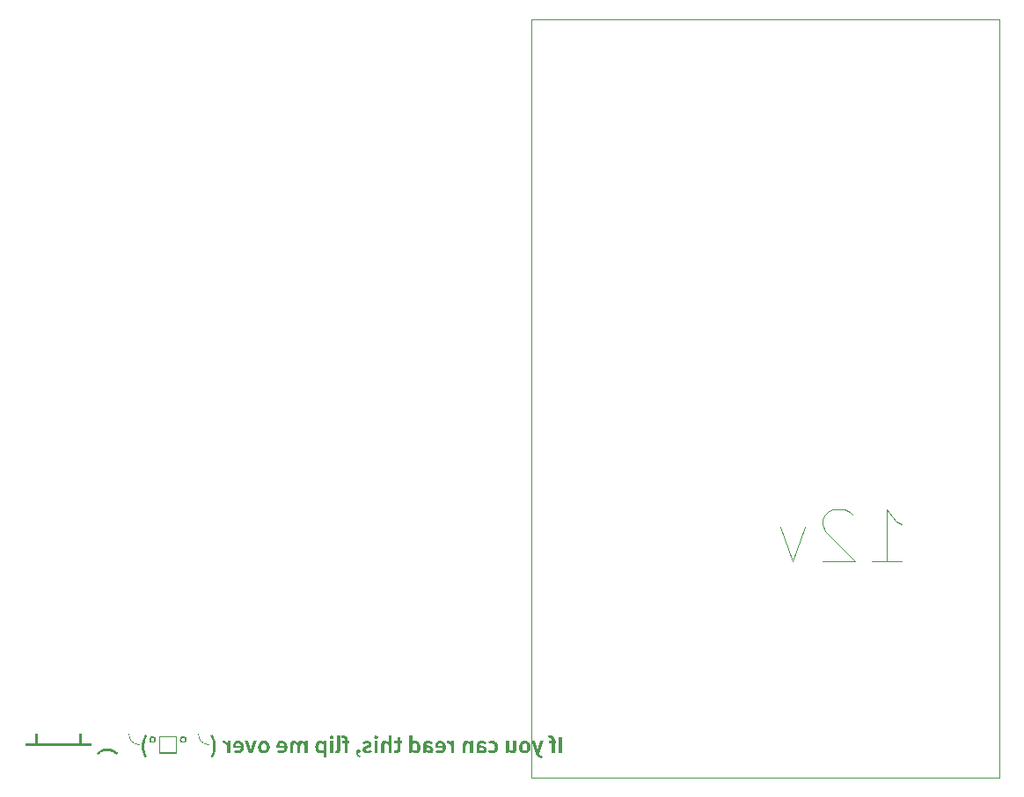
<source format=gbr>
%TF.GenerationSoftware,KiCad,Pcbnew,8.0.2*%
%TF.CreationDate,2024-06-02T23:09:43-04:00*%
%TF.ProjectId,popperPump,706f7070-6572-4507-956d-702e6b696361,1.5*%
%TF.SameCoordinates,Original*%
%TF.FileFunction,Legend,Bot*%
%TF.FilePolarity,Positive*%
%FSLAX46Y46*%
G04 Gerber Fmt 4.6, Leading zero omitted, Abs format (unit mm)*
G04 Created by KiCad (PCBNEW 8.0.2) date 2024-06-02 23:09:43*
%MOMM*%
%LPD*%
G01*
G04 APERTURE LIST*
%ADD10C,0.300000*%
%ADD11C,0.100000*%
G04 APERTURE END LIST*
D10*
G36*
X161709124Y-127645000D02*
G01*
X161398080Y-127645000D01*
X161398080Y-126097477D01*
X161709124Y-126097477D01*
X161709124Y-127645000D01*
G37*
G36*
X161148220Y-126716266D02*
G01*
X160988485Y-126716266D01*
X160988485Y-127645000D01*
X160681838Y-127645000D01*
X160681838Y-126716266D01*
X160457257Y-126716266D01*
X160457257Y-126472634D01*
X160681838Y-126472634D01*
X160681838Y-126373349D01*
X160674471Y-126299662D01*
X160639678Y-126228880D01*
X160571322Y-126193831D01*
X160539323Y-126191266D01*
X160463565Y-126200561D01*
X160413293Y-126218377D01*
X160356507Y-125987568D01*
X160432955Y-125964310D01*
X160506480Y-125952067D01*
X160581088Y-125948000D01*
X160659113Y-125952917D01*
X160748879Y-125973925D01*
X160823068Y-126009935D01*
X160882473Y-126059294D01*
X160927890Y-126120349D01*
X160960113Y-126191447D01*
X160979935Y-126270936D01*
X160988151Y-126357162D01*
X160988485Y-126379577D01*
X160988485Y-126472634D01*
X161148220Y-126485457D01*
X161148220Y-126716266D01*
G37*
G36*
X159680931Y-128113946D02*
G01*
X159588609Y-128106652D01*
X159507767Y-128085066D01*
X159437074Y-128049630D01*
X159375200Y-128000785D01*
X159320814Y-127938975D01*
X159272584Y-127864641D01*
X159229180Y-127778225D01*
X159198993Y-127705751D01*
X159189270Y-127680170D01*
X158771615Y-126472634D01*
X159067637Y-126472634D01*
X159229204Y-127016685D01*
X159248588Y-127088631D01*
X159267636Y-127161286D01*
X159286119Y-127234100D01*
X159303806Y-127306519D01*
X159313468Y-127347512D01*
X159323726Y-127347512D01*
X159345329Y-127273353D01*
X159366360Y-127199783D01*
X159387510Y-127127284D01*
X159409468Y-127056340D01*
X159422644Y-127016685D01*
X159609490Y-126472634D01*
X159920167Y-126472634D01*
X159462578Y-127621552D01*
X159483461Y-127692627D01*
X159515294Y-127763724D01*
X159568318Y-127825912D01*
X159642060Y-127863039D01*
X159704012Y-127870680D01*
X159777317Y-127858443D01*
X159785711Y-127856025D01*
X159842498Y-128090498D01*
X159770370Y-128107992D01*
X159693649Y-128113851D01*
X159680931Y-128113946D01*
G37*
G36*
X158186160Y-126455117D02*
G01*
X158265928Y-126472672D01*
X158341848Y-126501500D01*
X158412730Y-126541246D01*
X158477384Y-126591558D01*
X158534619Y-126652083D01*
X158583247Y-126722466D01*
X158622075Y-126802356D01*
X158649916Y-126891398D01*
X158665578Y-126989241D01*
X158668667Y-127059183D01*
X158661784Y-127162593D01*
X158641930Y-127257440D01*
X158610295Y-127343373D01*
X158568067Y-127420042D01*
X158516439Y-127487094D01*
X158456598Y-127544178D01*
X158389736Y-127590942D01*
X158317043Y-127627036D01*
X158239708Y-127652108D01*
X158158921Y-127665807D01*
X158103733Y-127668447D01*
X158021898Y-127662526D01*
X157942490Y-127644997D01*
X157866735Y-127616212D01*
X157795862Y-127576522D01*
X157731100Y-127526279D01*
X157673675Y-127465833D01*
X157624816Y-127395537D01*
X157585751Y-127315741D01*
X157557708Y-127226797D01*
X157541916Y-127129057D01*
X157538799Y-127059183D01*
X157853872Y-127059183D01*
X157858072Y-127137028D01*
X157874866Y-127222983D01*
X157904025Y-127294995D01*
X157954641Y-127360997D01*
X158021495Y-127402405D01*
X158103733Y-127416755D01*
X158186923Y-127402405D01*
X158253952Y-127360997D01*
X158304270Y-127294995D01*
X158333037Y-127222983D01*
X158349499Y-127137028D01*
X158353593Y-127059183D01*
X158349499Y-126981848D01*
X158333037Y-126896111D01*
X158304270Y-126823983D01*
X158253952Y-126757602D01*
X158186923Y-126715786D01*
X158103733Y-126701245D01*
X158021495Y-126715786D01*
X157954641Y-126757602D01*
X157904025Y-126823983D01*
X157874866Y-126896111D01*
X157858072Y-126981848D01*
X157853872Y-127059183D01*
X157538799Y-127059183D01*
X157545743Y-126955671D01*
X157565755Y-126860722D01*
X157597609Y-126774692D01*
X157640075Y-126697931D01*
X157691925Y-126630795D01*
X157751933Y-126573635D01*
X157818868Y-126526806D01*
X157891505Y-126490660D01*
X157968614Y-126465551D01*
X158048968Y-126451831D01*
X158103733Y-126449187D01*
X158186160Y-126455117D01*
G37*
G36*
X156929902Y-127668447D02*
G01*
X156844053Y-127660320D01*
X156767227Y-127636975D01*
X156697859Y-127599960D01*
X156634383Y-127550827D01*
X156575235Y-127491126D01*
X156556210Y-127469145D01*
X156547784Y-127469145D01*
X156524703Y-127645000D01*
X156272644Y-127645000D01*
X156272644Y-126472634D01*
X156581489Y-126472634D01*
X156581489Y-127258485D01*
X156631989Y-127317995D01*
X156687675Y-127365694D01*
X156760880Y-127397766D01*
X156818893Y-127403932D01*
X156893798Y-127391372D01*
X156951059Y-127342740D01*
X156979056Y-127262987D01*
X156986534Y-127177287D01*
X156986688Y-127160666D01*
X156986688Y-126472634D01*
X157293335Y-126472634D01*
X157293335Y-127198401D01*
X157290427Y-127277890D01*
X157281584Y-127350888D01*
X157260254Y-127437619D01*
X157227637Y-127511607D01*
X157183313Y-127572166D01*
X157110802Y-127627933D01*
X157038596Y-127655764D01*
X156953314Y-127667932D01*
X156929902Y-127668447D01*
G37*
G36*
X154968021Y-127668447D02*
G01*
X154893803Y-127663740D01*
X154818633Y-127649339D01*
X154744264Y-127624825D01*
X154672451Y-127589776D01*
X154604946Y-127543772D01*
X154583705Y-127525931D01*
X154705704Y-127324064D01*
X154770205Y-127369264D01*
X154841495Y-127401530D01*
X154918635Y-127416301D01*
X154934682Y-127416755D01*
X155010545Y-127406742D01*
X155089868Y-127369673D01*
X155144242Y-127319576D01*
X155186166Y-127253541D01*
X155213962Y-127172992D01*
X155224900Y-127099061D01*
X155226308Y-127059183D01*
X155220729Y-126981848D01*
X155198838Y-126896111D01*
X155161710Y-126823983D01*
X155110780Y-126767032D01*
X155047482Y-126726828D01*
X154973249Y-126704937D01*
X154924057Y-126701245D01*
X154848857Y-126714069D01*
X154778282Y-126750871D01*
X154745638Y-126775251D01*
X154598360Y-126581810D01*
X154658577Y-126534438D01*
X154726581Y-126495612D01*
X154802902Y-126467358D01*
X154875340Y-126453089D01*
X154940910Y-126449187D01*
X155029462Y-126455117D01*
X155114820Y-126472672D01*
X155195779Y-126501500D01*
X155271134Y-126541246D01*
X155339681Y-126591558D01*
X155400216Y-126652083D01*
X155451535Y-126722466D01*
X155492432Y-126802356D01*
X155521703Y-126891398D01*
X155538143Y-126989241D01*
X155541381Y-127059183D01*
X155534938Y-127162593D01*
X155516190Y-127257440D01*
X155486009Y-127343373D01*
X155445264Y-127420042D01*
X155394829Y-127487094D01*
X155335573Y-127544178D01*
X155268368Y-127590942D01*
X155194085Y-127627036D01*
X155113596Y-127652108D01*
X155027771Y-127665807D01*
X154968021Y-127668447D01*
G37*
G36*
X153997204Y-126454195D02*
G01*
X154079774Y-126468328D01*
X154159184Y-126490242D01*
X154235117Y-126518595D01*
X154307252Y-126552048D01*
X154375271Y-126589256D01*
X154401256Y-126604891D01*
X154292079Y-126809323D01*
X154220926Y-126769749D01*
X154150424Y-126736947D01*
X154080067Y-126712849D01*
X153999186Y-126698446D01*
X153968579Y-126697215D01*
X153886478Y-126709103D01*
X153822052Y-126748504D01*
X153781562Y-126819008D01*
X153768911Y-126898715D01*
X153854390Y-126909019D01*
X153933662Y-126921281D01*
X154006822Y-126935550D01*
X154105312Y-126960831D01*
X154190589Y-126990917D01*
X154262974Y-127025980D01*
X154339992Y-127080772D01*
X154395430Y-127145125D01*
X154430051Y-127219449D01*
X154444621Y-127304151D01*
X154445219Y-127326995D01*
X154435475Y-127413585D01*
X154407192Y-127491419D01*
X154361796Y-127558073D01*
X154300713Y-127611124D01*
X154225368Y-127648150D01*
X154137186Y-127666725D01*
X154098639Y-127668447D01*
X154023936Y-127661866D01*
X153941667Y-127638969D01*
X153864548Y-127602025D01*
X153802460Y-127561047D01*
X153743998Y-127513108D01*
X153733374Y-127513108D01*
X153712491Y-127645000D01*
X153460432Y-127645000D01*
X153460432Y-127314173D01*
X153768911Y-127314173D01*
X153829737Y-127367229D01*
X153897687Y-127407384D01*
X153971534Y-127425939D01*
X153995690Y-127427013D01*
X154071902Y-127415244D01*
X154133509Y-127367780D01*
X154151395Y-127297686D01*
X154132127Y-127224534D01*
X154078900Y-127170540D01*
X154001317Y-127132377D01*
X153911140Y-127106708D01*
X153820661Y-127090411D01*
X153768911Y-127083729D01*
X153768911Y-127314173D01*
X153460432Y-127314173D01*
X153460432Y-126965394D01*
X153464463Y-126874693D01*
X153476531Y-126792458D01*
X153496594Y-126718788D01*
X153535714Y-126634056D01*
X153588884Y-126564963D01*
X153656010Y-126511746D01*
X153736997Y-126474641D01*
X153831750Y-126453884D01*
X153911793Y-126449187D01*
X153997204Y-126454195D01*
G37*
G36*
X153145359Y-127645000D02*
G01*
X152836514Y-127645000D01*
X152836514Y-126844860D01*
X152782756Y-126794631D01*
X152717858Y-126747453D01*
X152643087Y-126718823D01*
X152592882Y-126714068D01*
X152518263Y-126726622D01*
X152461717Y-126775205D01*
X152434326Y-126854838D01*
X152427067Y-126940379D01*
X152426919Y-126956967D01*
X152426919Y-127645000D01*
X152118073Y-127645000D01*
X152118073Y-126919598D01*
X152120990Y-126840100D01*
X152129856Y-126767078D01*
X152151228Y-126680296D01*
X152183890Y-126606244D01*
X152228248Y-126545616D01*
X152300767Y-126489771D01*
X152372935Y-126461894D01*
X152458126Y-126449702D01*
X152481507Y-126449187D01*
X152567296Y-126457627D01*
X152645559Y-126481161D01*
X152717196Y-126517108D01*
X152783105Y-126562788D01*
X152844183Y-126615520D01*
X152863625Y-126634200D01*
X152870219Y-126634200D01*
X152893300Y-126472634D01*
X153145359Y-126472634D01*
X153145359Y-127645000D01*
G37*
G36*
X151323796Y-127645000D02*
G01*
X151014951Y-127645000D01*
X151014951Y-126948541D01*
X150980647Y-126878326D01*
X150933260Y-126813065D01*
X150872492Y-126760830D01*
X150800573Y-126729133D01*
X150748237Y-126722494D01*
X150674636Y-126728406D01*
X150622208Y-126741179D01*
X150571650Y-126472634D01*
X150645295Y-126453224D01*
X150708304Y-126449187D01*
X150788439Y-126461122D01*
X150855906Y-126489875D01*
X150920441Y-126535084D01*
X150980334Y-126596141D01*
X151025466Y-126658688D01*
X151042062Y-126686591D01*
X151048656Y-126686591D01*
X151071737Y-126472634D01*
X151323796Y-126472634D01*
X151323796Y-127645000D01*
G37*
G36*
X150037573Y-126455364D02*
G01*
X150113837Y-126473566D01*
X150186976Y-126503298D01*
X150255714Y-126544067D01*
X150318780Y-126595377D01*
X150374900Y-126656734D01*
X150422801Y-126727643D01*
X150461208Y-126807611D01*
X150488850Y-126896142D01*
X150504452Y-126992742D01*
X150507536Y-127061381D01*
X150500934Y-127163806D01*
X150481729Y-127257939D01*
X150450824Y-127343391D01*
X150409120Y-127419773D01*
X150357519Y-127486696D01*
X150296924Y-127543770D01*
X150228236Y-127590605D01*
X150152357Y-127626813D01*
X150070190Y-127652003D01*
X149982636Y-127665787D01*
X149921720Y-127668447D01*
X149839936Y-127663288D01*
X149758794Y-127648354D01*
X149679787Y-127624455D01*
X149604408Y-127592403D01*
X149534149Y-127553010D01*
X149512124Y-127538387D01*
X149617271Y-127352274D01*
X149689254Y-127389146D01*
X149761449Y-127414248D01*
X149836154Y-127427287D01*
X149879588Y-127429211D01*
X149958469Y-127422258D01*
X150028795Y-127401494D01*
X150100276Y-127358548D01*
X150155800Y-127296167D01*
X150188447Y-127229513D01*
X150207484Y-127149675D01*
X149482815Y-127149675D01*
X149470974Y-127074159D01*
X149468161Y-127006793D01*
X149471426Y-126941580D01*
X149732676Y-126941580D01*
X150213712Y-126941580D01*
X150195982Y-126869488D01*
X150160714Y-126798633D01*
X150103740Y-126737885D01*
X150033861Y-126701132D01*
X149955425Y-126688789D01*
X149877866Y-126698900D01*
X149809052Y-126734710D01*
X149762680Y-126793814D01*
X149737805Y-126873523D01*
X149732676Y-126941580D01*
X149471426Y-126941580D01*
X149472575Y-126918623D01*
X149485778Y-126835751D01*
X149507710Y-126758912D01*
X149538312Y-126688844D01*
X149577522Y-126626284D01*
X149643093Y-126555825D01*
X149723721Y-126501772D01*
X149793988Y-126473049D01*
X149872586Y-126455275D01*
X149959455Y-126449187D01*
X150037573Y-126455364D01*
G37*
G36*
X148854915Y-126454195D02*
G01*
X148937485Y-126468328D01*
X149016896Y-126490242D01*
X149092828Y-126518595D01*
X149164963Y-126552048D01*
X149232983Y-126589256D01*
X149258967Y-126604891D01*
X149149790Y-126809323D01*
X149078637Y-126769749D01*
X149008135Y-126736947D01*
X148937778Y-126712849D01*
X148856897Y-126698446D01*
X148826290Y-126697215D01*
X148744189Y-126709103D01*
X148679763Y-126748504D01*
X148639273Y-126819008D01*
X148626622Y-126898715D01*
X148712101Y-126909019D01*
X148791373Y-126921281D01*
X148864533Y-126935550D01*
X148963023Y-126960831D01*
X149048300Y-126990917D01*
X149120685Y-127025980D01*
X149197703Y-127080772D01*
X149253141Y-127145125D01*
X149287762Y-127219449D01*
X149302332Y-127304151D01*
X149302930Y-127326995D01*
X149293186Y-127413585D01*
X149264903Y-127491419D01*
X149219507Y-127558073D01*
X149158424Y-127611124D01*
X149083079Y-127648150D01*
X148994897Y-127666725D01*
X148956350Y-127668447D01*
X148881647Y-127661866D01*
X148799378Y-127638969D01*
X148722260Y-127602025D01*
X148660171Y-127561047D01*
X148601709Y-127513108D01*
X148591085Y-127513108D01*
X148570202Y-127645000D01*
X148318143Y-127645000D01*
X148318143Y-127314173D01*
X148626622Y-127314173D01*
X148687448Y-127367229D01*
X148755398Y-127407384D01*
X148829245Y-127425939D01*
X148853401Y-127427013D01*
X148929613Y-127415244D01*
X148991220Y-127367780D01*
X149009106Y-127297686D01*
X148989838Y-127224534D01*
X148936611Y-127170540D01*
X148859028Y-127132377D01*
X148768851Y-127106708D01*
X148678372Y-127090411D01*
X148626622Y-127083729D01*
X148626622Y-127314173D01*
X148318143Y-127314173D01*
X148318143Y-126965394D01*
X148322174Y-126874693D01*
X148334242Y-126792458D01*
X148354305Y-126718788D01*
X148393425Y-126634056D01*
X148446596Y-126564963D01*
X148513721Y-126511746D01*
X148594708Y-126474641D01*
X148689462Y-126453884D01*
X148769504Y-126449187D01*
X148854915Y-126454195D01*
G37*
G36*
X147289026Y-126392766D02*
G01*
X147278401Y-126577414D01*
X147341794Y-126524612D01*
X147409377Y-126484174D01*
X147486027Y-126458300D01*
X147564368Y-126449334D01*
X147576622Y-126449187D01*
X147670195Y-126460048D01*
X147760067Y-126491908D01*
X147823416Y-126528930D01*
X147882020Y-126576695D01*
X147934739Y-126634743D01*
X147980431Y-126702618D01*
X148017956Y-126779861D01*
X148046172Y-126866013D01*
X148063939Y-126960617D01*
X148070115Y-127063213D01*
X148065254Y-127164661D01*
X148050932Y-127258105D01*
X148027544Y-127343113D01*
X147995482Y-127419255D01*
X147955138Y-127486098D01*
X147906907Y-127543213D01*
X147831007Y-127603488D01*
X147742715Y-127644678D01*
X147668924Y-127662433D01*
X147589078Y-127668447D01*
X147510123Y-127659594D01*
X147434050Y-127634862D01*
X147362586Y-127596987D01*
X147297456Y-127548709D01*
X147263747Y-127517505D01*
X147255321Y-127517505D01*
X147232240Y-127645000D01*
X146980181Y-127645000D01*
X146980181Y-126789905D01*
X147289026Y-126789905D01*
X147289026Y-127295488D01*
X147340231Y-127350414D01*
X147407445Y-127393935D01*
X147479289Y-127412971D01*
X147509577Y-127414556D01*
X147589710Y-127401981D01*
X147654812Y-127364189D01*
X147704072Y-127301078D01*
X147732434Y-127229071D01*
X147748762Y-127139353D01*
X147752843Y-127054787D01*
X147747815Y-126974264D01*
X147728497Y-126887716D01*
X147696617Y-126817248D01*
X147644669Y-126754525D01*
X147581139Y-126716339D01*
X147509577Y-126703443D01*
X147432249Y-126712240D01*
X147363379Y-126737968D01*
X147295729Y-126784049D01*
X147289026Y-126789905D01*
X146980181Y-126789905D01*
X146980181Y-125978775D01*
X147289026Y-125978775D01*
X147289026Y-126392766D01*
G37*
G36*
X145744801Y-127668447D02*
G01*
X145663034Y-127663220D01*
X145590516Y-127650276D01*
X145513729Y-127629970D01*
X145494940Y-127624483D01*
X145547697Y-127400268D01*
X145618311Y-127420583D01*
X145663101Y-127425181D01*
X145740085Y-127410222D01*
X145797249Y-127357623D01*
X145820565Y-127287321D01*
X145824668Y-127230275D01*
X145824668Y-126716266D01*
X145533042Y-126716266D01*
X145533042Y-126472634D01*
X145824668Y-126472634D01*
X145824668Y-126155729D01*
X146078925Y-126155729D01*
X146114462Y-126472634D01*
X146297278Y-126487655D01*
X146297278Y-126716266D01*
X146131315Y-126716266D01*
X146131315Y-127232473D01*
X146126172Y-127325153D01*
X146110232Y-127409250D01*
X146082725Y-127483601D01*
X146042884Y-127547043D01*
X145989939Y-127598412D01*
X145923123Y-127636544D01*
X145841666Y-127660277D01*
X145744801Y-127668447D01*
G37*
G36*
X145291974Y-127645000D02*
G01*
X144983129Y-127645000D01*
X144983129Y-126844860D01*
X144929371Y-126794631D01*
X144864473Y-126747453D01*
X144789702Y-126718823D01*
X144739497Y-126714068D01*
X144664879Y-126726622D01*
X144608333Y-126775205D01*
X144580941Y-126854838D01*
X144573683Y-126940379D01*
X144573534Y-126956967D01*
X144573534Y-127645000D01*
X144264689Y-127645000D01*
X144264689Y-126919598D01*
X144267606Y-126840100D01*
X144276472Y-126767078D01*
X144297844Y-126680296D01*
X144330505Y-126606244D01*
X144374864Y-126545616D01*
X144447382Y-126489771D01*
X144519551Y-126461894D01*
X144604742Y-126449702D01*
X144628122Y-126449187D01*
X144713641Y-126457545D01*
X144790938Y-126480504D01*
X144860682Y-126514891D01*
X144923538Y-126557533D01*
X144980173Y-126605256D01*
X144997784Y-126621744D01*
X144983129Y-126401193D01*
X144983129Y-125978775D01*
X145291974Y-125978775D01*
X145291974Y-127645000D01*
G37*
G36*
X143948150Y-127645000D02*
G01*
X143639305Y-127645000D01*
X143639305Y-126472634D01*
X143948150Y-126472634D01*
X143948150Y-127645000D01*
G37*
G36*
X143792445Y-126285055D02*
G01*
X143712373Y-126270262D01*
X143647637Y-126222071D01*
X143617395Y-126154028D01*
X143614026Y-126117260D01*
X143630555Y-126040922D01*
X143683012Y-125980191D01*
X143754696Y-125952193D01*
X143792445Y-125949099D01*
X143866594Y-125961206D01*
X143928569Y-126001066D01*
X143966270Y-126072606D01*
X143971231Y-126117260D01*
X143955443Y-126194486D01*
X143904057Y-126254742D01*
X143831578Y-126282068D01*
X143792445Y-126285055D01*
G37*
G36*
X142974354Y-127668447D02*
G01*
X142892456Y-127664230D01*
X142818092Y-127651984D01*
X142730854Y-127624214D01*
X142657481Y-127584688D01*
X142598244Y-127534842D01*
X142553414Y-127476115D01*
X142518047Y-127392410D01*
X142506620Y-127318960D01*
X142506140Y-127299884D01*
X142513843Y-127226401D01*
X142542797Y-127150197D01*
X142589185Y-127088956D01*
X142648682Y-127040079D01*
X142716960Y-127000965D01*
X142789693Y-126969016D01*
X142833670Y-126952205D01*
X142912767Y-126923778D01*
X142980930Y-126895257D01*
X143043543Y-126851521D01*
X143067044Y-126791371D01*
X143037522Y-126718985D01*
X142971674Y-126686619D01*
X142909508Y-126680362D01*
X142829795Y-126691646D01*
X142759185Y-126718698D01*
X142688836Y-126758411D01*
X142657449Y-126779281D01*
X142518963Y-126594267D01*
X142587373Y-126546248D01*
X142654318Y-126509463D01*
X142729026Y-126479377D01*
X142811582Y-126458512D01*
X142886437Y-126449987D01*
X142917934Y-126449187D01*
X143013895Y-126456014D01*
X143099805Y-126475782D01*
X143174819Y-126507417D01*
X143238090Y-126549845D01*
X143299379Y-126616423D01*
X143339346Y-126696093D01*
X143354860Y-126767846D01*
X143356838Y-126806025D01*
X143345380Y-126889276D01*
X143313795Y-126958785D01*
X143266268Y-127016212D01*
X143206983Y-127063217D01*
X143140124Y-127101462D01*
X143069876Y-127132606D01*
X143041765Y-127143447D01*
X142973095Y-127169546D01*
X142899810Y-127200765D01*
X142834301Y-127241713D01*
X142796288Y-127308402D01*
X142795935Y-127316371D01*
X142818829Y-127386296D01*
X142882186Y-127426504D01*
X142955458Y-127437493D01*
X142966294Y-127437637D01*
X143047564Y-127429028D01*
X143125983Y-127404207D01*
X143193584Y-127370378D01*
X143261419Y-127326306D01*
X143281001Y-127311974D01*
X143421685Y-127504682D01*
X143350232Y-127555711D01*
X143283868Y-127592387D01*
X143212995Y-127622834D01*
X143139196Y-127646198D01*
X143064058Y-127661622D01*
X142989164Y-127668252D01*
X142974354Y-127668447D01*
G37*
G36*
X142261043Y-128090498D02*
G01*
X142192505Y-128063869D01*
X142110550Y-128020461D01*
X142039702Y-127968479D01*
X141980321Y-127908422D01*
X141932769Y-127840786D01*
X141897405Y-127766072D01*
X141874591Y-127684775D01*
X141864687Y-127597395D01*
X141864270Y-127574658D01*
X141870023Y-127490838D01*
X141887003Y-127419218D01*
X141921606Y-127350534D01*
X141980680Y-127295995D01*
X142058798Y-127271165D01*
X142084455Y-127269842D01*
X142162983Y-127282745D01*
X142227154Y-127319485D01*
X142274060Y-127385631D01*
X142286322Y-127452658D01*
X142270316Y-127530837D01*
X142220677Y-127593808D01*
X142148282Y-127628681D01*
X142092882Y-127635474D01*
X142071999Y-127633276D01*
X142085895Y-127710402D01*
X142124024Y-127781420D01*
X142175225Y-127836071D01*
X142242848Y-127883787D01*
X142311285Y-127917436D01*
X142326256Y-127923436D01*
X142261043Y-128090498D01*
G37*
G36*
X140042707Y-127668447D02*
G01*
X139969388Y-127663752D01*
X139895091Y-127645664D01*
X139885170Y-127641702D01*
X139922906Y-127412358D01*
X139965038Y-127416755D01*
X140020473Y-127367605D01*
X140025854Y-127323332D01*
X140025854Y-125977309D01*
X140334699Y-125977309D01*
X140334699Y-127310875D01*
X140331034Y-127388931D01*
X140315331Y-127474995D01*
X140285871Y-127546992D01*
X140230246Y-127612883D01*
X140165237Y-127649090D01*
X140081668Y-127666830D01*
X140042707Y-127668447D01*
G37*
G36*
X141220935Y-126716266D02*
G01*
X141061200Y-126716266D01*
X141061200Y-127645000D01*
X140754553Y-127645000D01*
X140754553Y-126716266D01*
X140529972Y-126716266D01*
X140529972Y-126472634D01*
X140754553Y-126472634D01*
X140754553Y-126373349D01*
X140747185Y-126299662D01*
X140712392Y-126228880D01*
X140644037Y-126193831D01*
X140612037Y-126191266D01*
X140536279Y-126200561D01*
X140486008Y-126218377D01*
X140429221Y-125987568D01*
X140505669Y-125964310D01*
X140579195Y-125952067D01*
X140653803Y-125948000D01*
X140731828Y-125952917D01*
X140821594Y-125973925D01*
X140895782Y-126009935D01*
X140955188Y-126059294D01*
X141000605Y-126120349D01*
X141032827Y-126191447D01*
X141052650Y-126270936D01*
X141060866Y-126357162D01*
X141061200Y-126379577D01*
X141061200Y-126472634D01*
X141220935Y-126485457D01*
X141220935Y-126716266D01*
G37*
G36*
X139671946Y-127645000D02*
G01*
X139363101Y-127645000D01*
X139363101Y-126472634D01*
X139671946Y-126472634D01*
X139671946Y-127645000D01*
G37*
G36*
X139516242Y-126285055D02*
G01*
X139436169Y-126270262D01*
X139371433Y-126222071D01*
X139341191Y-126154028D01*
X139337822Y-126117260D01*
X139354352Y-126040922D01*
X139406809Y-125980191D01*
X139478492Y-125952193D01*
X139516242Y-125949099D01*
X139590390Y-125961206D01*
X139652365Y-126001066D01*
X139690066Y-126072606D01*
X139695027Y-126117260D01*
X139679240Y-126194486D01*
X139627853Y-126254742D01*
X139555375Y-126282068D01*
X139516242Y-126285055D01*
G37*
G36*
X138489138Y-126458331D02*
G01*
X138568609Y-126483631D01*
X138644110Y-126521889D01*
X138714811Y-126569906D01*
X138752739Y-126600495D01*
X138759333Y-126600495D01*
X138782414Y-126472634D01*
X139034473Y-126472634D01*
X139034473Y-128090498D01*
X138725628Y-128090498D01*
X138725628Y-127731461D01*
X138736252Y-127540586D01*
X138676629Y-127588988D01*
X138604935Y-127630955D01*
X138530373Y-127657729D01*
X138453904Y-127668312D01*
X138444260Y-127668447D01*
X138348631Y-127657663D01*
X138257214Y-127625868D01*
X138192998Y-127588734D01*
X138133742Y-127540601D01*
X138080556Y-127481820D01*
X138034551Y-127412743D01*
X137996836Y-127333721D01*
X137968522Y-127245105D01*
X137950720Y-127147247D01*
X137944772Y-127044528D01*
X138261444Y-127044528D01*
X138266500Y-127132060D01*
X138281010Y-127207601D01*
X138310938Y-127285314D01*
X138361598Y-127354313D01*
X138425197Y-127397165D01*
X138498403Y-127414203D01*
X138511304Y-127414556D01*
X138587876Y-127403872D01*
X138662530Y-127372120D01*
X138725628Y-127327362D01*
X138725628Y-126820680D01*
X138667044Y-126769440D01*
X138602947Y-126729246D01*
X138531337Y-126706313D01*
X138494452Y-126703443D01*
X138412953Y-126716083D01*
X138349726Y-126753405D01*
X138304031Y-126814509D01*
X138275131Y-126898498D01*
X138263343Y-126985322D01*
X138261444Y-127044528D01*
X137944772Y-127044528D01*
X137944539Y-127040498D01*
X137949078Y-126944133D01*
X137962497Y-126854510D01*
X137984499Y-126772225D01*
X138014786Y-126697878D01*
X138053063Y-126632065D01*
X138116012Y-126558623D01*
X138191931Y-126502834D01*
X138280116Y-126466113D01*
X138353881Y-126451939D01*
X138406524Y-126449187D01*
X138489138Y-126458331D01*
G37*
G36*
X137207048Y-127645000D02*
G01*
X136898203Y-127645000D01*
X136898203Y-126844860D01*
X136845313Y-126793017D01*
X136780279Y-126745942D01*
X136712211Y-126718478D01*
X136673621Y-126714068D01*
X136599776Y-126726622D01*
X136543098Y-126775205D01*
X136515271Y-126854838D01*
X136507812Y-126940379D01*
X136507658Y-126956967D01*
X136507658Y-127645000D01*
X136201011Y-127645000D01*
X136201011Y-126844860D01*
X136147118Y-126793017D01*
X136081302Y-126745942D01*
X136012867Y-126718478D01*
X135974232Y-126714068D01*
X135901657Y-126726622D01*
X135845681Y-126775205D01*
X135818057Y-126854838D01*
X135810621Y-126940379D01*
X135810467Y-126956967D01*
X135810467Y-127645000D01*
X135503820Y-127645000D01*
X135503820Y-126919598D01*
X135506824Y-126840100D01*
X135515914Y-126767078D01*
X135537702Y-126680296D01*
X135570789Y-126606244D01*
X135615451Y-126545616D01*
X135687974Y-126489771D01*
X135759684Y-126461894D01*
X135843862Y-126449702D01*
X135866887Y-126449187D01*
X135948407Y-126458487D01*
X136023527Y-126484484D01*
X136093421Y-126524324D01*
X136159263Y-126575153D01*
X136222226Y-126634115D01*
X136242777Y-126655083D01*
X136278322Y-126587786D01*
X136332925Y-126524869D01*
X136403161Y-126480041D01*
X136476993Y-126457043D01*
X136564445Y-126449187D01*
X136646169Y-126457641D01*
X136719938Y-126481277D01*
X136787071Y-126517500D01*
X136848887Y-126563715D01*
X136906702Y-126617331D01*
X136925314Y-126636399D01*
X136931908Y-126636399D01*
X136954989Y-126472634D01*
X137207048Y-126472634D01*
X137207048Y-127645000D01*
G37*
G36*
X134786561Y-126455364D02*
G01*
X134862825Y-126473566D01*
X134935964Y-126503298D01*
X135004703Y-126544067D01*
X135067768Y-126595377D01*
X135123888Y-126656734D01*
X135171789Y-126727643D01*
X135210196Y-126807611D01*
X135237838Y-126896142D01*
X135253440Y-126992742D01*
X135256524Y-127061381D01*
X135249922Y-127163806D01*
X135230718Y-127257939D01*
X135199812Y-127343391D01*
X135158108Y-127419773D01*
X135106508Y-127486696D01*
X135045912Y-127543770D01*
X134977224Y-127590605D01*
X134901346Y-127626813D01*
X134819178Y-127652003D01*
X134731624Y-127665787D01*
X134670708Y-127668447D01*
X134588924Y-127663288D01*
X134507782Y-127648354D01*
X134428776Y-127624455D01*
X134353396Y-127592403D01*
X134283137Y-127553010D01*
X134261113Y-127538387D01*
X134366259Y-127352274D01*
X134438242Y-127389146D01*
X134510437Y-127414248D01*
X134585142Y-127427287D01*
X134628576Y-127429211D01*
X134707457Y-127422258D01*
X134777783Y-127401494D01*
X134849265Y-127358548D01*
X134904788Y-127296167D01*
X134937435Y-127229513D01*
X134956472Y-127149675D01*
X134231803Y-127149675D01*
X134219962Y-127074159D01*
X134217149Y-127006793D01*
X134220414Y-126941580D01*
X134481664Y-126941580D01*
X134962700Y-126941580D01*
X134944970Y-126869488D01*
X134909703Y-126798633D01*
X134852728Y-126737885D01*
X134782849Y-126701132D01*
X134704413Y-126688789D01*
X134626854Y-126698900D01*
X134558040Y-126734710D01*
X134511668Y-126793814D01*
X134486793Y-126873523D01*
X134481664Y-126941580D01*
X134220414Y-126941580D01*
X134221563Y-126918623D01*
X134234766Y-126835751D01*
X134256698Y-126758912D01*
X134287300Y-126688844D01*
X134326511Y-126626284D01*
X134392081Y-126555825D01*
X134472709Y-126501772D01*
X134542976Y-126473049D01*
X134621575Y-126455275D01*
X134708443Y-126449187D01*
X134786561Y-126455364D01*
G37*
G36*
X133078484Y-126455117D02*
G01*
X133158252Y-126472672D01*
X133234172Y-126501500D01*
X133305054Y-126541246D01*
X133369708Y-126591558D01*
X133426943Y-126652083D01*
X133475570Y-126722466D01*
X133514399Y-126802356D01*
X133542240Y-126891398D01*
X133557902Y-126989241D01*
X133560990Y-127059183D01*
X133554108Y-127162593D01*
X133534254Y-127257440D01*
X133502618Y-127343373D01*
X133460391Y-127420042D01*
X133408762Y-127487094D01*
X133348922Y-127544178D01*
X133282060Y-127590942D01*
X133209367Y-127627036D01*
X133132031Y-127652108D01*
X133051245Y-127665807D01*
X132996057Y-127668447D01*
X132914222Y-127662526D01*
X132834814Y-127644997D01*
X132759059Y-127616212D01*
X132688186Y-127576522D01*
X132623423Y-127526279D01*
X132565999Y-127465833D01*
X132517140Y-127395537D01*
X132478075Y-127315741D01*
X132450032Y-127226797D01*
X132434239Y-127129057D01*
X132431123Y-127059183D01*
X132746196Y-127059183D01*
X132750396Y-127137028D01*
X132767190Y-127222983D01*
X132796348Y-127294995D01*
X132846964Y-127360997D01*
X132913819Y-127402405D01*
X132996057Y-127416755D01*
X133079247Y-127402405D01*
X133146276Y-127360997D01*
X133196593Y-127294995D01*
X133225361Y-127222983D01*
X133241823Y-127137028D01*
X133245917Y-127059183D01*
X133241823Y-126981848D01*
X133225361Y-126896111D01*
X133196593Y-126823983D01*
X133146276Y-126757602D01*
X133079247Y-126715786D01*
X132996057Y-126701245D01*
X132913819Y-126715786D01*
X132846964Y-126757602D01*
X132796348Y-126823983D01*
X132767190Y-126896111D01*
X132750396Y-126981848D01*
X132746196Y-127059183D01*
X132431123Y-127059183D01*
X132438067Y-126955671D01*
X132458079Y-126860722D01*
X132489932Y-126774692D01*
X132532398Y-126697931D01*
X132584249Y-126630795D01*
X132644256Y-126573635D01*
X132711192Y-126526806D01*
X132783829Y-126490660D01*
X132860938Y-126465551D01*
X132941292Y-126451831D01*
X132996057Y-126449187D01*
X133078484Y-126455117D01*
G37*
G36*
X131925907Y-127645000D02*
G01*
X131569068Y-127645000D01*
X131176325Y-126472634D01*
X131472348Y-126472634D01*
X131644539Y-127056618D01*
X131665216Y-127132918D01*
X131685892Y-127210477D01*
X131706569Y-127288766D01*
X131727246Y-127367255D01*
X131739061Y-127411992D01*
X131749685Y-127411992D01*
X131771266Y-127333626D01*
X131792136Y-127255158D01*
X131812848Y-127177117D01*
X131833955Y-127100033D01*
X131846406Y-127056618D01*
X132016399Y-126472634D01*
X132327076Y-126472634D01*
X131925907Y-127645000D01*
G37*
G36*
X130601215Y-126455364D02*
G01*
X130677480Y-126473566D01*
X130750618Y-126503298D01*
X130819357Y-126544067D01*
X130882423Y-126595377D01*
X130938543Y-126656734D01*
X130986443Y-126727643D01*
X131024851Y-126807611D01*
X131052493Y-126896142D01*
X131068095Y-126992742D01*
X131071179Y-127061381D01*
X131064577Y-127163806D01*
X131045372Y-127257939D01*
X131014467Y-127343391D01*
X130972763Y-127419773D01*
X130921162Y-127486696D01*
X130860567Y-127543770D01*
X130791879Y-127590605D01*
X130716000Y-127626813D01*
X130633833Y-127652003D01*
X130546279Y-127665787D01*
X130485362Y-127668447D01*
X130403578Y-127663288D01*
X130322437Y-127648354D01*
X130243430Y-127624455D01*
X130168051Y-127592403D01*
X130097791Y-127553010D01*
X130075767Y-127538387D01*
X130180914Y-127352274D01*
X130252897Y-127389146D01*
X130325092Y-127414248D01*
X130399797Y-127427287D01*
X130443230Y-127429211D01*
X130522111Y-127422258D01*
X130592438Y-127401494D01*
X130663919Y-127358548D01*
X130719442Y-127296167D01*
X130752089Y-127229513D01*
X130771127Y-127149675D01*
X130046458Y-127149675D01*
X130034617Y-127074159D01*
X130031803Y-127006793D01*
X130035068Y-126941580D01*
X130296318Y-126941580D01*
X130777355Y-126941580D01*
X130759624Y-126869488D01*
X130724357Y-126798633D01*
X130667383Y-126737885D01*
X130597504Y-126701132D01*
X130519068Y-126688789D01*
X130441509Y-126698900D01*
X130372695Y-126734710D01*
X130326322Y-126793814D01*
X130301447Y-126873523D01*
X130296318Y-126941580D01*
X130035068Y-126941580D01*
X130036218Y-126918623D01*
X130049421Y-126835751D01*
X130071353Y-126758912D01*
X130101954Y-126688844D01*
X130141165Y-126626284D01*
X130206735Y-126555825D01*
X130287364Y-126501772D01*
X130357631Y-126473049D01*
X130436229Y-126455275D01*
X130523098Y-126449187D01*
X130601215Y-126455364D01*
G37*
G36*
X129778646Y-127645000D02*
G01*
X129469801Y-127645000D01*
X129469801Y-126948541D01*
X129435497Y-126878326D01*
X129388110Y-126813065D01*
X129327342Y-126760830D01*
X129255423Y-126729133D01*
X129203087Y-126722494D01*
X129129486Y-126728406D01*
X129077058Y-126741179D01*
X129026500Y-126472634D01*
X129100145Y-126453224D01*
X129163154Y-126449187D01*
X129243289Y-126461122D01*
X129310756Y-126489875D01*
X129375291Y-126535084D01*
X129435184Y-126596141D01*
X129480316Y-126658688D01*
X129496912Y-126686591D01*
X129503506Y-126686591D01*
X129526587Y-126472634D01*
X129778646Y-126472634D01*
X129778646Y-127645000D01*
G37*
G36*
X128060031Y-128067051D02*
G01*
X127869155Y-127985352D01*
X127916190Y-127897935D01*
X127958226Y-127808354D01*
X127995343Y-127716879D01*
X128027624Y-127623778D01*
X128055150Y-127529323D01*
X128078002Y-127433783D01*
X128096262Y-127337428D01*
X128110011Y-127240528D01*
X128119331Y-127143352D01*
X128124304Y-127046171D01*
X128125244Y-126981514D01*
X128123124Y-126884425D01*
X128116712Y-126787067D01*
X128105924Y-126689732D01*
X128090680Y-126592712D01*
X128070899Y-126496298D01*
X128046498Y-126400781D01*
X128017396Y-126306455D01*
X127983512Y-126213609D01*
X127944765Y-126122535D01*
X127901071Y-126033526D01*
X127869155Y-125975478D01*
X128060031Y-125893412D01*
X128113940Y-125985500D01*
X128163252Y-126078761D01*
X128207812Y-126173501D01*
X128247467Y-126270023D01*
X128282062Y-126368631D01*
X128311444Y-126469631D01*
X128335459Y-126573325D01*
X128353952Y-126680019D01*
X128363138Y-126752965D01*
X128369755Y-126827469D01*
X128373759Y-126903622D01*
X128375104Y-126981514D01*
X128373759Y-127059345D01*
X128369755Y-127135448D01*
X128363138Y-127209910D01*
X128353952Y-127282814D01*
X128335459Y-127389436D01*
X128311444Y-127493030D01*
X128282062Y-127593883D01*
X128247467Y-127692282D01*
X128207812Y-127788512D01*
X128163252Y-127882859D01*
X128113940Y-127975610D01*
X128060031Y-128067051D01*
G37*
G36*
X127760711Y-126885160D02*
G01*
X127649133Y-126879461D01*
X127540768Y-126862733D01*
X127436164Y-126835532D01*
X127335872Y-126798412D01*
X127240442Y-126751928D01*
X127150425Y-126696636D01*
X127066370Y-126633089D01*
X126988828Y-126561844D01*
X126918348Y-126483454D01*
X126855480Y-126398475D01*
X126800776Y-126307462D01*
X126754784Y-126210970D01*
X126718055Y-126109553D01*
X126691139Y-126003766D01*
X126674586Y-125894165D01*
X126668946Y-125781304D01*
X126752843Y-125781304D01*
X126758048Y-125885551D01*
X126773325Y-125986787D01*
X126798165Y-126084499D01*
X126832064Y-126178174D01*
X126874512Y-126267301D01*
X126925004Y-126351367D01*
X126983031Y-126429858D01*
X127048087Y-126502264D01*
X127119665Y-126568070D01*
X127197257Y-126626765D01*
X127280356Y-126677836D01*
X127368455Y-126720771D01*
X127461048Y-126755057D01*
X127557626Y-126780182D01*
X127657683Y-126795632D01*
X127760711Y-126800896D01*
X127760711Y-126885160D01*
G37*
G36*
X125318147Y-126024493D02*
G01*
X125393859Y-126052623D01*
X125459167Y-126097098D01*
X125511471Y-126155947D01*
X125548171Y-126227200D01*
X125566668Y-126308886D01*
X125568387Y-126344040D01*
X125557900Y-126429057D01*
X125528169Y-126504253D01*
X125481795Y-126567749D01*
X125421377Y-126617668D01*
X125349514Y-126652131D01*
X125268807Y-126669260D01*
X125234630Y-126670837D01*
X125152721Y-126661168D01*
X125078120Y-126633413D01*
X125013518Y-126589451D01*
X124961606Y-126531161D01*
X124925076Y-126460419D01*
X124906620Y-126379105D01*
X124904902Y-126344040D01*
X125070865Y-126344040D01*
X125085943Y-126423228D01*
X125133950Y-126486761D01*
X125208240Y-126517677D01*
X125234630Y-126519528D01*
X125309586Y-126503439D01*
X125369648Y-126452100D01*
X125397504Y-126381453D01*
X125400593Y-126344040D01*
X125385403Y-126264551D01*
X125336890Y-126200744D01*
X125261496Y-126169680D01*
X125234630Y-126167819D01*
X125160896Y-126183987D01*
X125101554Y-126235558D01*
X125073935Y-126306490D01*
X125070865Y-126344040D01*
X124904902Y-126344040D01*
X124915374Y-126258733D01*
X124944997Y-126183070D01*
X124991080Y-126119023D01*
X125050929Y-126068562D01*
X125121853Y-126033658D01*
X125201162Y-126016280D01*
X125234630Y-126014678D01*
X125318147Y-126024493D01*
G37*
G36*
X124602285Y-127691894D02*
G01*
X122922138Y-127691894D01*
X122922138Y-127599570D01*
X123014829Y-127599570D01*
X124509961Y-127599570D01*
X124509961Y-126096378D01*
X123014829Y-126096378D01*
X123014829Y-127599570D01*
X122922138Y-127599570D01*
X122922138Y-126003688D01*
X124602285Y-126003688D01*
X124602285Y-127691894D01*
G37*
G36*
X122369647Y-126024493D02*
G01*
X122445360Y-126052623D01*
X122510668Y-126097098D01*
X122562971Y-126155947D01*
X122599671Y-126227200D01*
X122618168Y-126308886D01*
X122619888Y-126344040D01*
X122609400Y-126429057D01*
X122579669Y-126504253D01*
X122533295Y-126567749D01*
X122472877Y-126617668D01*
X122401015Y-126652131D01*
X122320307Y-126669260D01*
X122286130Y-126670837D01*
X122204222Y-126661168D01*
X122129621Y-126633413D01*
X122065018Y-126589451D01*
X122013106Y-126531161D01*
X121976577Y-126460419D01*
X121958121Y-126379105D01*
X121956402Y-126344040D01*
X122122365Y-126344040D01*
X122137444Y-126423228D01*
X122185451Y-126486761D01*
X122259741Y-126517677D01*
X122286130Y-126519528D01*
X122361086Y-126503439D01*
X122421148Y-126452100D01*
X122449004Y-126381453D01*
X122452093Y-126344040D01*
X122436903Y-126264551D01*
X122388390Y-126200744D01*
X122312997Y-126169680D01*
X122286130Y-126167819D01*
X122212396Y-126183987D01*
X122153055Y-126235558D01*
X122125435Y-126306490D01*
X122122365Y-126344040D01*
X121956402Y-126344040D01*
X121966875Y-126258733D01*
X121996498Y-126183070D01*
X122042580Y-126119023D01*
X122102429Y-126068562D01*
X122173354Y-126033658D01*
X122252662Y-126016280D01*
X122286130Y-126014678D01*
X122369647Y-126024493D01*
G37*
G36*
X121563660Y-128067051D02*
G01*
X121509750Y-127975610D01*
X121460439Y-127882859D01*
X121415878Y-127788512D01*
X121376224Y-127692282D01*
X121341628Y-127593883D01*
X121312246Y-127493030D01*
X121288232Y-127389436D01*
X121269738Y-127282814D01*
X121260553Y-127209910D01*
X121253935Y-127135448D01*
X121249931Y-127059345D01*
X121248586Y-126981514D01*
X121249931Y-126903622D01*
X121253935Y-126827469D01*
X121260553Y-126752965D01*
X121269738Y-126680019D01*
X121288232Y-126573325D01*
X121312246Y-126469631D01*
X121341628Y-126368631D01*
X121376224Y-126270023D01*
X121415878Y-126173501D01*
X121460439Y-126078761D01*
X121509750Y-125985500D01*
X121563660Y-125893412D01*
X121754535Y-125975478D01*
X121707500Y-126062948D01*
X121665465Y-126152678D01*
X121628347Y-126244375D01*
X121596066Y-126337747D01*
X121568541Y-126432502D01*
X121545689Y-126528350D01*
X121527429Y-126624999D01*
X121513680Y-126722157D01*
X121504359Y-126819531D01*
X121499387Y-126916832D01*
X121498447Y-126981514D01*
X121500566Y-127078549D01*
X121506979Y-127175758D01*
X121517767Y-127272872D01*
X121533010Y-127369620D01*
X121552792Y-127465734D01*
X121577193Y-127560942D01*
X121606294Y-127654976D01*
X121640178Y-127747564D01*
X121678926Y-127838438D01*
X121722619Y-127927328D01*
X121754535Y-127985352D01*
X121563660Y-128067051D01*
G37*
G36*
X121070900Y-126885160D02*
G01*
X120959322Y-126879461D01*
X120850956Y-126862733D01*
X120746352Y-126835532D01*
X120646060Y-126798412D01*
X120550631Y-126751928D01*
X120460613Y-126696636D01*
X120376558Y-126633089D01*
X120299016Y-126561844D01*
X120228536Y-126483454D01*
X120165669Y-126398475D01*
X120110964Y-126307462D01*
X120064972Y-126210970D01*
X120028243Y-126109553D01*
X120001327Y-126003766D01*
X119984774Y-125894165D01*
X119979134Y-125781304D01*
X120063032Y-125781304D01*
X120068236Y-125885551D01*
X120083513Y-125986787D01*
X120108354Y-126084499D01*
X120142252Y-126178174D01*
X120184701Y-126267301D01*
X120235192Y-126351367D01*
X120293219Y-126429858D01*
X120358275Y-126502264D01*
X120429853Y-126568070D01*
X120507445Y-126626765D01*
X120590544Y-126677836D01*
X120678644Y-126720771D01*
X120771236Y-126755057D01*
X120867814Y-126780182D01*
X120967871Y-126795632D01*
X121070900Y-126800896D01*
X121070900Y-126885160D01*
G37*
G36*
X117920900Y-127196936D02*
G01*
X118003856Y-127199091D01*
X118084150Y-127205415D01*
X118161784Y-127215698D01*
X118236757Y-127229731D01*
X118309071Y-127247304D01*
X118412556Y-127279842D01*
X118510059Y-127319164D01*
X118601583Y-127364563D01*
X118687129Y-127415329D01*
X118766700Y-127470755D01*
X118840296Y-127530132D01*
X118907920Y-127592753D01*
X118929134Y-127614225D01*
X118840840Y-127818290D01*
X118775355Y-127759199D01*
X118706298Y-127703101D01*
X118633417Y-127650610D01*
X118556463Y-127602344D01*
X118475186Y-127558917D01*
X118389337Y-127520945D01*
X118298665Y-127489045D01*
X118202920Y-127463832D01*
X118101853Y-127445922D01*
X117995212Y-127435931D01*
X117920900Y-127433974D01*
X117846651Y-127435931D01*
X117740092Y-127445922D01*
X117639085Y-127463832D01*
X117543382Y-127489045D01*
X117452733Y-127520945D01*
X117366887Y-127558917D01*
X117285594Y-127602344D01*
X117208605Y-127650610D01*
X117135669Y-127703101D01*
X117066537Y-127759199D01*
X117000959Y-127818290D01*
X116913032Y-127614225D01*
X116978580Y-127550680D01*
X117050132Y-127490143D01*
X117127681Y-127433321D01*
X117211223Y-127380923D01*
X117300751Y-127333657D01*
X117396261Y-127292231D01*
X117497746Y-127257353D01*
X117568721Y-127238088D01*
X117642347Y-127222259D01*
X117718624Y-127210075D01*
X117797549Y-127201745D01*
X117879121Y-127197479D01*
X117920900Y-127196936D01*
G37*
G36*
X114294626Y-126965027D02*
G01*
X114294626Y-126713335D01*
X115218597Y-126713335D01*
X115218597Y-125780938D01*
X115470655Y-125780938D01*
X115470655Y-126713335D01*
X116394626Y-126713335D01*
X116394626Y-126965027D01*
X114294626Y-126965027D01*
G37*
G36*
X114294626Y-126965027D02*
G01*
X112194626Y-126965027D01*
X112194626Y-126713335D01*
X114294626Y-126713335D01*
X114294626Y-126965027D01*
G37*
G36*
X110094626Y-126965027D02*
G01*
X110094626Y-126713335D01*
X111018597Y-126713335D01*
X111018597Y-125780938D01*
X111270655Y-125780938D01*
X111270655Y-126713335D01*
X112194626Y-126713335D01*
X112194626Y-126965027D01*
X110094626Y-126965027D01*
G37*
D11*
X191524687Y-109182895D02*
X194381830Y-109182895D01*
X192953258Y-109182895D02*
X192953258Y-104182895D01*
X192953258Y-104182895D02*
X193429449Y-104897180D01*
X193429449Y-104897180D02*
X193905639Y-105373371D01*
X193905639Y-105373371D02*
X194381830Y-105611466D01*
X189619925Y-104659085D02*
X189381829Y-104420990D01*
X189381829Y-104420990D02*
X188905639Y-104182895D01*
X188905639Y-104182895D02*
X187715163Y-104182895D01*
X187715163Y-104182895D02*
X187238972Y-104420990D01*
X187238972Y-104420990D02*
X187000877Y-104659085D01*
X187000877Y-104659085D02*
X186762782Y-105135276D01*
X186762782Y-105135276D02*
X186762782Y-105611466D01*
X186762782Y-105611466D02*
X187000877Y-106325752D01*
X187000877Y-106325752D02*
X189858020Y-109182895D01*
X189858020Y-109182895D02*
X186762782Y-109182895D01*
X185096115Y-105849561D02*
X183905639Y-109182895D01*
X183905639Y-109182895D02*
X182715162Y-105849561D01*
X158750000Y-57000000D02*
X203750000Y-57000000D01*
X203750000Y-130000000D01*
X158750000Y-130000000D01*
X158750000Y-57000000D01*
M02*

</source>
